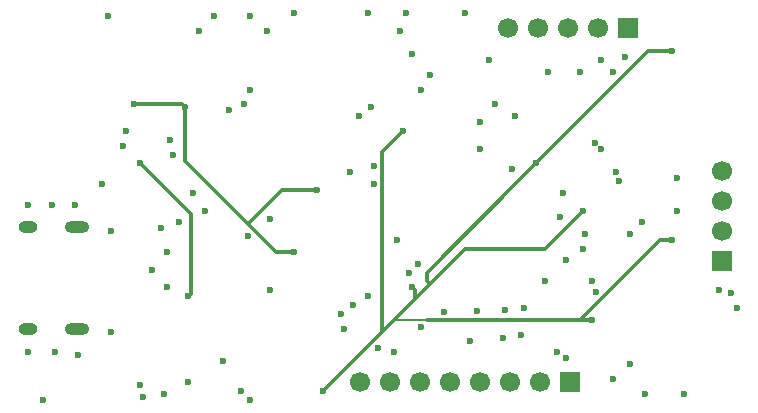
<source format=gbr>
%TF.GenerationSoftware,KiCad,Pcbnew,9.0.2*%
%TF.CreationDate,2025-08-19T18:25:56-04:00*%
%TF.ProjectId,GymDevice,47796d44-6576-4696-9365-2e6b69636164,rev?*%
%TF.SameCoordinates,Original*%
%TF.FileFunction,Copper,L3,Inr*%
%TF.FilePolarity,Positive*%
%FSLAX46Y46*%
G04 Gerber Fmt 4.6, Leading zero omitted, Abs format (unit mm)*
G04 Created by KiCad (PCBNEW 9.0.2) date 2025-08-19 18:25:56*
%MOMM*%
%LPD*%
G01*
G04 APERTURE LIST*
%TA.AperFunction,ComponentPad*%
%ADD10R,1.700000X1.700000*%
%TD*%
%TA.AperFunction,ComponentPad*%
%ADD11C,1.700000*%
%TD*%
%TA.AperFunction,HeatsinkPad*%
%ADD12O,2.100000X1.000000*%
%TD*%
%TA.AperFunction,HeatsinkPad*%
%ADD13O,1.600000X1.000000*%
%TD*%
%TA.AperFunction,ViaPad*%
%ADD14C,0.600000*%
%TD*%
%TA.AperFunction,Conductor*%
%ADD15C,0.350000*%
%TD*%
%TA.AperFunction,Conductor*%
%ADD16C,0.200000*%
%TD*%
G04 APERTURE END LIST*
D10*
%TO.N,GND*%
%TO.C,J2*%
X87725000Y-47300000D03*
D11*
%TO.N,/3V3*%
X87725000Y-44760000D03*
%TO.N,/SCL*%
X87725000Y-42220000D03*
%TO.N,/SDA*%
X87725000Y-39680000D03*
%TD*%
D10*
%TO.N,/3V3*%
%TO.C,J5*%
X79790000Y-27500000D03*
D11*
%TO.N,GND*%
X77250000Y-27500000D03*
%TO.N,/SWDIO*%
X74710000Y-27500000D03*
%TO.N,/SWCLK*%
X72170000Y-27500000D03*
%TO.N,/NSRT*%
X69630000Y-27500000D03*
%TD*%
D12*
%TO.N,GND*%
%TO.C,J4*%
X33130000Y-44396000D03*
D13*
X28950000Y-44396000D03*
D12*
X33130000Y-53036000D03*
D13*
X28950000Y-53036000D03*
%TD*%
D10*
%TO.N,/3V3*%
%TO.C,J3*%
X74870000Y-57500000D03*
D11*
%TO.N,GND*%
X72330000Y-57500000D03*
%TO.N,/SCL*%
X69790000Y-57500000D03*
%TO.N,/SDA*%
X67250000Y-57500000D03*
%TO.N,/XDA*%
X64710000Y-57500000D03*
%TO.N,/XCL*%
X62170000Y-57500000D03*
%TO.N,/ADO*%
X59630000Y-57500000D03*
%TO.N,/INT*%
X57090000Y-57500000D03*
%TD*%
D14*
%TO.N,GND*%
X63000000Y-31500000D03*
X57000000Y-35000000D03*
X40500000Y-58500000D03*
X51500000Y-26250000D03*
X40750000Y-49500000D03*
X58000000Y-34250000D03*
X37250000Y-36250000D03*
X40250000Y-44500000D03*
X78750000Y-39750000D03*
X78500000Y-31250000D03*
X81250000Y-58500000D03*
X31000000Y-42500000D03*
X62000000Y-47500000D03*
X29000000Y-55000000D03*
X35750000Y-26500000D03*
X77500000Y-30250000D03*
X84500000Y-58500000D03*
X61250000Y-48250000D03*
X40750000Y-46500000D03*
X56500000Y-51000000D03*
X56250000Y-39750000D03*
X81000000Y-44000000D03*
X47750000Y-26500000D03*
X62250000Y-32750000D03*
X61000000Y-26250000D03*
X38750000Y-58750000D03*
X41750000Y-44000000D03*
X88500000Y-50000000D03*
X70750000Y-53500000D03*
X60500000Y-27750000D03*
X47000000Y-58250000D03*
X30250000Y-59000000D03*
X57750000Y-50250000D03*
X58250000Y-39250000D03*
X47250000Y-34000000D03*
X76750000Y-49000000D03*
X87500000Y-49750000D03*
X39500000Y-48000000D03*
X58602298Y-54602298D03*
X35250000Y-40750000D03*
X60000000Y-55000000D03*
X60250000Y-45500000D03*
X33000000Y-42500000D03*
X74000000Y-43500000D03*
X42500000Y-57500000D03*
X77500000Y-37750000D03*
X41000000Y-37000000D03*
X47750000Y-32750000D03*
X67250000Y-35500000D03*
X44000000Y-43000000D03*
X33250000Y-55250000D03*
X38500000Y-57750000D03*
X70990507Y-51240506D03*
X41250000Y-38250000D03*
X79500000Y-30000000D03*
X43500000Y-27750000D03*
X78500000Y-57250000D03*
X55500000Y-51750000D03*
X77118211Y-49868202D03*
X77000000Y-37250000D03*
X31250000Y-55000000D03*
X74250000Y-41500000D03*
X49500000Y-49750000D03*
X64250000Y-51575000D03*
X73750000Y-55000000D03*
X72750000Y-49000000D03*
X79000000Y-40500000D03*
X37000000Y-37500000D03*
X80000000Y-45000000D03*
X68500000Y-34000000D03*
X45500000Y-55750000D03*
X57750000Y-26250000D03*
X70000000Y-39500000D03*
X74500000Y-55500000D03*
X36000000Y-44750000D03*
X29000000Y-42500000D03*
X36000000Y-53250000D03*
X62250000Y-52850000D03*
X67250000Y-37750000D03*
X55750000Y-53000000D03*
X49250000Y-27750000D03*
X47750000Y-59000000D03*
X44750000Y-26500000D03*
X47625707Y-45124293D03*
X46000000Y-34500000D03*
X43000000Y-41500000D03*
X66000000Y-26250000D03*
X49500000Y-43750000D03*
X58250000Y-40750000D03*
X89000000Y-51250000D03*
X80000000Y-56000000D03*
%TO.N,/VBUS*%
X42560000Y-50216000D03*
X38500000Y-39000000D03*
%TO.N,/VBAT*%
X51500000Y-46500000D03*
X53500000Y-41250000D03*
X42250000Y-34250000D03*
X38000000Y-34000000D03*
%TO.N,/3V3*%
X61500000Y-49500000D03*
X54000000Y-58250000D03*
X76750000Y-52250000D03*
X60750000Y-36250000D03*
X72000000Y-39000000D03*
X83500000Y-29500000D03*
X83500000Y-45510000D03*
X76000000Y-43000000D03*
%TO.N,/NSRT*%
X70250000Y-35000000D03*
X68000000Y-30250000D03*
%TO.N,/SWDIO*%
X75750000Y-31250000D03*
X69337500Y-51412500D03*
%TO.N,/SWCLK*%
X73000000Y-31250000D03*
X74500000Y-47162500D03*
%TO.N,Net-(U3-PA9)*%
X61500000Y-29750000D03*
X67000000Y-51500000D03*
%TO.N,/SCL*%
X76000000Y-46250000D03*
X83975000Y-43010000D03*
X69170000Y-53750000D03*
%TO.N,/SDA*%
X83975000Y-40260000D03*
X66420000Y-54000000D03*
X76150000Y-45000000D03*
%TD*%
D15*
%TO.N,/VBUS*%
X42750000Y-50026000D02*
X42560000Y-50216000D01*
X38500000Y-39000000D02*
X42750000Y-43250000D01*
X42750000Y-43250000D02*
X42750000Y-50026000D01*
%TO.N,/VBAT*%
X42250000Y-38793991D02*
X47603005Y-44146995D01*
X42250000Y-34250000D02*
X42250000Y-38793991D01*
X50500000Y-41250000D02*
X53500000Y-41250000D01*
X47603005Y-44146995D02*
X50500000Y-41250000D01*
X49956009Y-46500000D02*
X51500000Y-46500000D01*
X42000000Y-34000000D02*
X42250000Y-34250000D01*
X38000000Y-34000000D02*
X42000000Y-34000000D01*
X47603005Y-44146995D02*
X49956009Y-46500000D01*
%TO.N,/3V3*%
X59000000Y-38000000D02*
X60750000Y-36250000D01*
X72781009Y-46250000D02*
X76000000Y-43031009D01*
X76000000Y-43031009D02*
X76000000Y-43000000D01*
X54000000Y-58250000D02*
X56250000Y-56000000D01*
D16*
X60000000Y-52250000D02*
X59000000Y-53250000D01*
D15*
X61250000Y-51000000D02*
X63000000Y-49250000D01*
D16*
X59000000Y-53250000D02*
X56250000Y-56000000D01*
D15*
X63000000Y-49250000D02*
X66000000Y-46250000D01*
X82475000Y-45510000D02*
X75735000Y-52250000D01*
X61250000Y-51000000D02*
X61750000Y-50500000D01*
X83500000Y-29500000D02*
X81500000Y-29500000D01*
X74500000Y-52250000D02*
X62750000Y-52250000D01*
D16*
X75735000Y-52250000D02*
X74500000Y-52250000D01*
D15*
X56250000Y-56000000D02*
X61250000Y-51000000D01*
X72250000Y-46250000D02*
X72781009Y-46250000D01*
X62750000Y-48250000D02*
X62750000Y-49000000D01*
X81500000Y-29500000D02*
X70500000Y-40500000D01*
X83500000Y-45510000D02*
X82475000Y-45510000D01*
X62750000Y-48250000D02*
X70500000Y-40500000D01*
X61750000Y-49750000D02*
X61500000Y-49500000D01*
X66000000Y-46250000D02*
X72250000Y-46250000D01*
X59000000Y-53250000D02*
X59000000Y-38000000D01*
X61750000Y-50500000D02*
X61750000Y-49750000D01*
D16*
X70500000Y-40500000D02*
X72000000Y-39000000D01*
X62750000Y-52250000D02*
X60000000Y-52250000D01*
D15*
X62750000Y-49000000D02*
X63000000Y-49250000D01*
X76750000Y-52250000D02*
X74500000Y-52250000D01*
%TD*%
M02*

</source>
